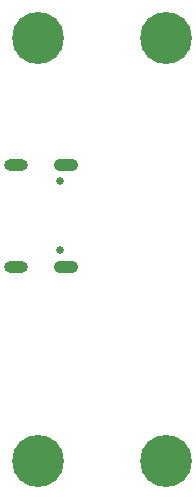
<source format=gbr>
%TF.GenerationSoftware,KiCad,Pcbnew,(5.1.10)-1*%
%TF.CreationDate,2021-05-17T17:41:51-05:00*%
%TF.ProjectId,YMDK_USB_C,594d444b-5f55-4534-925f-432e6b696361,rev?*%
%TF.SameCoordinates,Original*%
%TF.FileFunction,Soldermask,Bot*%
%TF.FilePolarity,Negative*%
%FSLAX46Y46*%
G04 Gerber Fmt 4.6, Leading zero omitted, Abs format (unit mm)*
G04 Created by KiCad (PCBNEW (5.1.10)-1) date 2021-05-17 17:41:51*
%MOMM*%
%LPD*%
G01*
G04 APERTURE LIST*
%ADD10O,2.000000X1.000000*%
%ADD11O,2.100000X1.050000*%
%ADD12C,0.650000*%
%ADD13C,4.400000*%
G04 APERTURE END LIST*
D10*
%TO.C,J1*%
X131100000Y-64198000D03*
X131100000Y-72838000D03*
D11*
X135280000Y-64198000D03*
X135280000Y-72838000D03*
D12*
X134780000Y-71408000D03*
X134780000Y-65628000D03*
%TD*%
D13*
%TO.C,H2*%
X132937000Y-53492500D03*
%TD*%
%TO.C,H1*%
X143732000Y-53492500D03*
%TD*%
%TO.C,H4*%
X143732000Y-89306500D03*
%TD*%
%TO.C,H3*%
X132937000Y-89306500D03*
%TD*%
M02*

</source>
